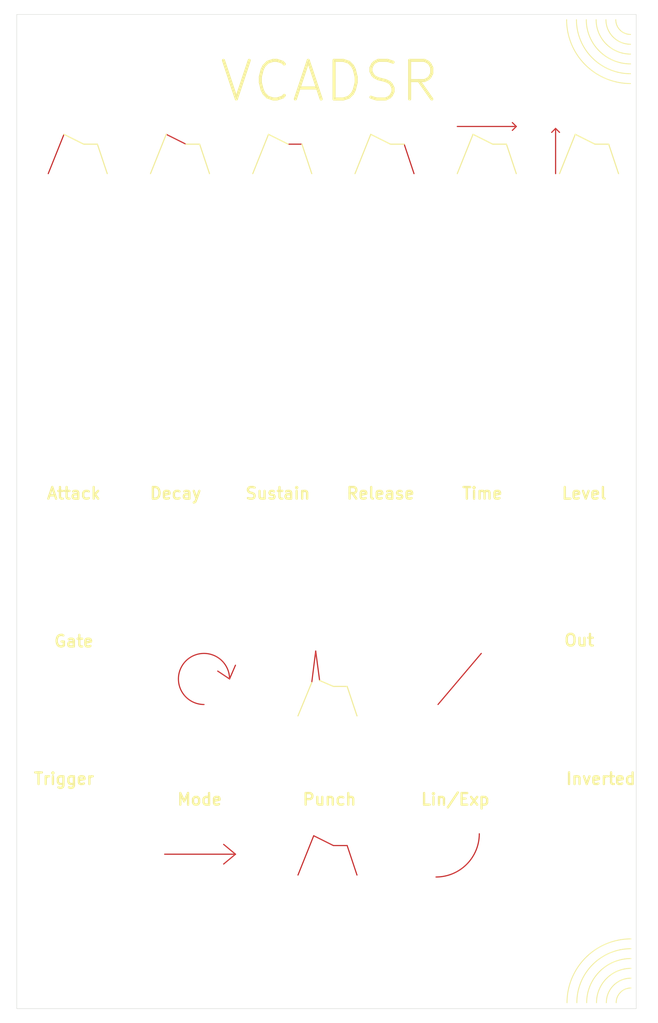
<source format=kicad_pcb>
(kicad_pcb (version 20171130) (host pcbnew "(5.1.9-0-10_14)")

  (general
    (thickness 1.6)
    (drawings 102)
    (tracks 0)
    (zones 0)
    (modules 27)
    (nets 2)
  )

  (page A4)
  (layers
    (0 F.Cu signal)
    (1 In1.Cu power)
    (2 In2.Cu power)
    (31 B.Cu signal)
    (32 B.Adhes user)
    (33 F.Adhes user)
    (34 B.Paste user)
    (35 F.Paste user)
    (36 B.SilkS user)
    (37 F.SilkS user)
    (38 B.Mask user)
    (39 F.Mask user)
    (40 Dwgs.User user)
    (41 Cmts.User user)
    (42 Eco1.User user)
    (43 Eco2.User user)
    (44 Edge.Cuts user)
    (45 Margin user)
    (46 B.CrtYd user)
    (47 F.CrtYd user)
    (48 B.Fab user)
    (49 F.Fab user)
  )

  (setup
    (last_trace_width 0.25)
    (trace_clearance 0.2)
    (zone_clearance 0.508)
    (zone_45_only no)
    (trace_min 0.2)
    (via_size 0.8)
    (via_drill 0.4)
    (via_min_size 0.4)
    (via_min_drill 0.3)
    (uvia_size 0.3)
    (uvia_drill 0.1)
    (uvias_allowed no)
    (uvia_min_size 0.2)
    (uvia_min_drill 0.1)
    (edge_width 0.05)
    (segment_width 0.2)
    (pcb_text_width 0.3)
    (pcb_text_size 1.5 1.5)
    (mod_edge_width 0.12)
    (mod_text_size 1 1)
    (mod_text_width 0.15)
    (pad_size 2.3 35.5)
    (pad_drill 2.3)
    (pad_to_mask_clearance 0)
    (aux_axis_origin 0 0)
    (visible_elements FFFFF77F)
    (pcbplotparams
      (layerselection 0x010fc_fffffff9)
      (usegerberextensions false)
      (usegerberattributes true)
      (usegerberadvancedattributes true)
      (creategerberjobfile true)
      (excludeedgelayer false)
      (linewidth 0.150000)
      (plotframeref false)
      (viasonmask false)
      (mode 1)
      (useauxorigin false)
      (hpglpennumber 1)
      (hpglpenspeed 20)
      (hpglpendiameter 15.000000)
      (psnegative false)
      (psa4output false)
      (plotreference true)
      (plotvalue true)
      (plotinvisibletext false)
      (padsonsilk false)
      (subtractmaskfromsilk false)
      (outputformat 1)
      (mirror false)
      (drillshape 0)
      (scaleselection 1)
      (outputdirectory "panel/"))
  )

  (net 0 "")
  (net 1 Earth)

  (net_class Default "This is the default net class."
    (clearance 0.2)
    (trace_width 0.25)
    (via_dia 0.8)
    (via_drill 0.4)
    (uvia_dia 0.3)
    (uvia_drill 0.1)
  )

  (net_class Power ""
    (clearance 0.2)
    (trace_width 0.5)
    (via_dia 0.8)
    (via_drill 0.4)
    (uvia_dia 0.3)
    (uvia_drill 0.1)
  )

  (module MountingHole:MountingHole_3.2mm_M3 (layer F.Cu) (tedit 5E9C4E3D) (tstamp 609607B7)
    (at 362.839 -320.167 180)
    (descr "Mounting Hole 3.2mm, no annular, M3")
    (tags "mounting hole 3.2mm no annular m3")
    (attr virtual)
    (fp_text reference REF** (at 0 -4.2) (layer F.SilkS) hide
      (effects (font (size 1 1) (thickness 0.15)))
    )
    (fp_text value MountingHole_3.2mm_M3 (at 0 4.2) (layer F.Fab)
      (effects (font (size 1 1) (thickness 0.15)))
    )
    (fp_circle (center 0 0) (end 3.45 0) (layer F.CrtYd) (width 0.05))
    (fp_circle (center 0 0) (end 3.2 0) (layer Cmts.User) (width 0.15))
    (fp_text user %R (at 0.3 0) (layer F.Fab)
      (effects (font (size 1 1) (thickness 0.15)))
    )
    (pad "" np_thru_hole oval (at 0 0 180) (size 6.4 3.2) (drill oval 6.4 3.2) (layers *.Cu *.Mask))
  )

  (module MountingHole:MountingHole_3.2mm_M3 (layer F.Cu) (tedit 5E9C4E3D) (tstamp 60959D9C)
    (at 312.801 -197.993)
    (descr "Mounting Hole 3.2mm, no annular, M3")
    (tags "mounting hole 3.2mm no annular m3")
    (attr virtual)
    (fp_text reference REF** (at 0 -4.2) (layer F.SilkS) hide
      (effects (font (size 1 1) (thickness 0.15)))
    )
    (fp_text value MountingHole_3.2mm_M3 (at 0 4.2) (layer F.Fab)
      (effects (font (size 1 1) (thickness 0.15)))
    )
    (fp_circle (center 0 0) (end 3.2 0) (layer Cmts.User) (width 0.15))
    (fp_circle (center 0 0) (end 3.45 0) (layer F.CrtYd) (width 0.05))
    (fp_text user %R (at 0.3 0) (layer F.Fab)
      (effects (font (size 1 1) (thickness 0.15)))
    )
    (pad "" np_thru_hole oval (at 0 0) (size 6.4 3.2) (drill oval 6.4 3.2) (layers *.Cu *.Mask))
  )

  (module MountingHole:MountingHole_3.2mm_M3 (layer F.Cu) (tedit 5E9C4E3D) (tstamp 6096075D)
    (at 362.839 -197.866 180)
    (descr "Mounting Hole 3.2mm, no annular, M3")
    (tags "mounting hole 3.2mm no annular m3")
    (attr virtual)
    (fp_text reference REF** (at 0 -4.2) (layer F.SilkS) hide
      (effects (font (size 1 1) (thickness 0.15)))
    )
    (fp_text value MountingHole_3.2mm_M3 (at 0 4.2) (layer F.Fab)
      (effects (font (size 1 1) (thickness 0.15)))
    )
    (fp_circle (center 0 0) (end 3.2 0) (layer Cmts.User) (width 0.15))
    (fp_circle (center 0 0) (end 3.45 0) (layer F.CrtYd) (width 0.05))
    (fp_text user %R (at 0.3 0) (layer F.Fab)
      (effects (font (size 1 1) (thickness 0.15)))
    )
    (pad "" np_thru_hole oval (at 0 0 180) (size 6.4 3.2) (drill oval 6.4 3.2) (layers *.Cu *.Mask))
  )

  (module MountingHole:MountingHole_3.2mm_M3 (layer F.Cu) (tedit 5E9C4E3D) (tstamp 60959D4A)
    (at 312.801 -320.294)
    (descr "Mounting Hole 3.2mm, no annular, M3")
    (tags "mounting hole 3.2mm no annular m3")
    (attr virtual)
    (fp_text reference REF** (at 0 -4.2) (layer F.SilkS) hide
      (effects (font (size 1 1) (thickness 0.15)))
    )
    (fp_text value MountingHole_3.2mm_M3 (at 0 4.2) (layer F.Fab)
      (effects (font (size 1 1) (thickness 0.15)))
    )
    (fp_circle (center 0 0) (end 3.45 0) (layer F.CrtYd) (width 0.05))
    (fp_circle (center 0 0) (end 3.2 0) (layer Cmts.User) (width 0.15))
    (fp_text user %R (at 0.3 0) (layer F.Fab)
      (effects (font (size 1 1) (thickness 0.15)))
    )
    (pad "" np_thru_hole oval (at 0 0) (size 6.4 3.2) (drill oval 6.4 3.2) (layers *.Cu *.Mask))
  )

  (module MountingHole:MountingHole_4mm_Pad (layer F.Cu) (tedit 60959EE4) (tstamp 6086BB2B)
    (at 321.7545 -227.838)
    (descr "Mounting Hole 4mm")
    (tags "mounting hole 4mm")
    (attr virtual)
    (fp_text reference REF** (at 0 -5) (layer F.SilkS) hide
      (effects (font (size 1 1) (thickness 0.15)))
    )
    (fp_text value MountingHole_4mm_Pad (at 0 5) (layer F.Fab)
      (effects (font (size 1 1) (thickness 0.15)))
    )
    (fp_circle (center 0 0) (end 4 0) (layer Cmts.User) (width 0.15))
    (fp_circle (center 0 0) (end 4.25 0) (layer F.CrtYd) (width 0.05))
    (fp_text user %R (at 0.3 0) (layer F.Fab)
      (effects (font (size 1 1) (thickness 0.15)))
    )
    (pad "" np_thru_hole circle (at 0 0) (size 6.1 6.1) (drill 6.1) (layers *.Cu *.Mask))
  )

  (module MountingHole:MountingHole_4mm_Pad (layer F.Cu) (tedit 6083F3DC) (tstamp 6086BB47)
    (at 309.753 -242.189)
    (descr "Mounting Hole 4mm")
    (tags "mounting hole 4mm")
    (attr virtual)
    (fp_text reference REF** (at 0 -5) (layer F.SilkS) hide
      (effects (font (size 1 1) (thickness 0.15)))
    )
    (fp_text value MountingHole_4mm_Pad (at 0 5) (layer F.Fab)
      (effects (font (size 1 1) (thickness 0.15)))
    )
    (fp_circle (center 0 0) (end 4 0) (layer Cmts.User) (width 0.15))
    (fp_circle (center 0 0) (end 4.25 0) (layer F.CrtYd) (width 0.05))
    (fp_text user %R (at 0.3 0) (layer F.Fab)
      (effects (font (size 1 1) (thickness 0.15)))
    )
    (pad "" np_thru_hole circle (at 0 0) (size 3 3) (drill 3) (layers *.Cu *.Mask))
  )

  (module MountingHole:MountingHole_2.2mm_M2 (layer F.Cu) (tedit 6095A620) (tstamp 6086BB9B)
    (at 344.7542 -283.5148)
    (descr "Mounting Hole 2.2mm, no annular, M2")
    (tags "mounting hole 2.2mm no annular m2")
    (attr virtual)
    (fp_text reference REF** (at 0 -3.2) (layer F.SilkS) hide
      (effects (font (size 1 1) (thickness 0.15)))
    )
    (fp_text value MountingHole_2.2mm_M2 (at 0 3.2) (layer F.Fab)
      (effects (font (size 1 1) (thickness 0.15)))
    )
    (fp_circle (center 0 0) (end 2.2 0) (layer Cmts.User) (width 0.15))
    (fp_circle (center 0 0) (end 2.45 0) (layer F.CrtYd) (width 0.05))
    (fp_text user %R (at 0.3 0) (layer F.Fab)
      (effects (font (size 1 1) (thickness 0.15)))
    )
    (pad "" np_thru_hole oval (at 0 0) (size 2.3 35.5) (drill oval 2.3 35.5) (layers *.Cu *.Mask))
  )

  (module MountingHole:MountingHole_4mm_Pad (layer F.Cu) (tedit 60959FC7) (tstamp 6086BB8D)
    (at 305.181 -252.5395)
    (descr "Mounting Hole 4mm")
    (tags "mounting hole 4mm")
    (attr virtual)
    (fp_text reference REF** (at 0 -5) (layer F.SilkS) hide
      (effects (font (size 1 1) (thickness 0.15)))
    )
    (fp_text value MountingHole_4mm_Pad (at 0 5) (layer F.Fab)
      (effects (font (size 1 1) (thickness 0.15)))
    )
    (fp_circle (center 0 0) (end 4 0) (layer Cmts.User) (width 0.15))
    (fp_circle (center 0 0) (end 4.25 0) (layer F.CrtYd) (width 0.05))
    (fp_text user %R (at 0.3 0) (layer F.Fab)
      (effects (font (size 1 1) (thickness 0.15)))
    )
    (pad "" np_thru_hole circle (at 0 0) (size 6.1 6.1) (drill 6.1) (layers *.Cu *.Mask))
  )

  (module MountingHole:MountingHole_4mm_Pad (layer F.Cu) (tedit 60959FD0) (tstamp 6086BB86)
    (at 318.4525 -252.5395)
    (descr "Mounting Hole 4mm")
    (tags "mounting hole 4mm")
    (attr virtual)
    (fp_text reference REF** (at 0 -5) (layer F.SilkS) hide
      (effects (font (size 1 1) (thickness 0.15)))
    )
    (fp_text value MountingHole_4mm_Pad (at 0 5) (layer F.Fab)
      (effects (font (size 1 1) (thickness 0.15)))
    )
    (fp_circle (center 0 0) (end 4.25 0) (layer F.CrtYd) (width 0.05))
    (fp_circle (center 0 0) (end 4 0) (layer Cmts.User) (width 0.15))
    (fp_text user %R (at 0.3 0) (layer F.Fab)
      (effects (font (size 1 1) (thickness 0.15)))
    )
    (pad "" np_thru_hole circle (at 0 0) (size 6.1 6.1) (drill 6.1) (layers *.Cu *.Mask))
  )

  (module MountingHole:MountingHole_4mm_Pad (layer F.Cu) (tedit 60959FD7) (tstamp 6086BB7F)
    (at 331.597 -252.5395)
    (descr "Mounting Hole 4mm")
    (tags "mounting hole 4mm")
    (attr virtual)
    (fp_text reference REF** (at 0 -5) (layer F.SilkS) hide
      (effects (font (size 1 1) (thickness 0.15)))
    )
    (fp_text value MountingHole_4mm_Pad (at 0 5) (layer F.Fab)
      (effects (font (size 1 1) (thickness 0.15)))
    )
    (fp_circle (center 0 0) (end 4 0) (layer Cmts.User) (width 0.15))
    (fp_circle (center 0 0) (end 4.25 0) (layer F.CrtYd) (width 0.05))
    (fp_text user %R (at 0.3 0) (layer F.Fab)
      (effects (font (size 1 1) (thickness 0.15)))
    )
    (pad "" np_thru_hole circle (at 0 0) (size 6.1 6.1) (drill 6.1) (layers *.Cu *.Mask))
  )

  (module MountingHole:MountingHole_4mm_Pad (layer F.Cu) (tedit 60959FDF) (tstamp 6086BB78)
    (at 344.805 -252.5395)
    (descr "Mounting Hole 4mm")
    (tags "mounting hole 4mm")
    (attr virtual)
    (fp_text reference REF** (at 0 -5) (layer F.SilkS) hide
      (effects (font (size 1 1) (thickness 0.15)))
    )
    (fp_text value MountingHole_4mm_Pad (at 0 5) (layer F.Fab)
      (effects (font (size 1 1) (thickness 0.15)))
    )
    (fp_circle (center 0 0) (end 4.25 0) (layer F.CrtYd) (width 0.05))
    (fp_circle (center 0 0) (end 4 0) (layer Cmts.User) (width 0.15))
    (fp_text user %R (at 0.3 0) (layer F.Fab)
      (effects (font (size 1 1) (thickness 0.15)))
    )
    (pad "" np_thru_hole circle (at 0 0) (size 6.1 6.1) (drill 6.1) (layers *.Cu *.Mask))
  )

  (module MountingHole:MountingHole_4mm_Pad (layer F.Cu) (tedit 60959FE7) (tstamp 6086BB71)
    (at 358.0765 -252.5395)
    (descr "Mounting Hole 4mm")
    (tags "mounting hole 4mm")
    (attr virtual)
    (fp_text reference REF** (at 0 -5) (layer F.SilkS) hide
      (effects (font (size 1 1) (thickness 0.15)))
    )
    (fp_text value MountingHole_4mm_Pad (at 0 5) (layer F.Fab)
      (effects (font (size 1 1) (thickness 0.15)))
    )
    (fp_circle (center 0 0) (end 4 0) (layer Cmts.User) (width 0.15))
    (fp_circle (center 0 0) (end 4.25 0) (layer F.CrtYd) (width 0.05))
    (fp_text user %R (at 0.3 0) (layer F.Fab)
      (effects (font (size 1 1) (thickness 0.15)))
    )
    (pad "" np_thru_hole circle (at 0 0) (size 6.1 6.1) (drill 6.1) (layers *.Cu *.Mask))
  )

  (module MountingHole:MountingHole_4mm_Pad (layer F.Cu) (tedit 60959FED) (tstamp 6086BB6A)
    (at 371.221 -252.5395)
    (descr "Mounting Hole 4mm")
    (tags "mounting hole 4mm")
    (attr virtual)
    (fp_text reference REF** (at 0 -5) (layer F.SilkS) hide
      (effects (font (size 1 1) (thickness 0.15)))
    )
    (fp_text value MountingHole_4mm_Pad (at 0 5) (layer F.Fab)
      (effects (font (size 1 1) (thickness 0.15)))
    )
    (fp_circle (center 0 0) (end 4.25 0) (layer F.CrtYd) (width 0.05))
    (fp_circle (center 0 0) (end 4 0) (layer Cmts.User) (width 0.15))
    (fp_text user %R (at 0.3 0) (layer F.Fab)
      (effects (font (size 1 1) (thickness 0.15)))
    )
    (pad "" np_thru_hole circle (at 0 0) (size 6.1 6.1) (drill 6.1) (layers *.Cu *.Mask))
  )

  (module MountingHole:MountingHole_4mm_Pad (layer F.Cu) (tedit 6095A020) (tstamp 6086BB63)
    (at 371.094 -233.9975)
    (descr "Mounting Hole 4mm")
    (tags "mounting hole 4mm")
    (attr virtual)
    (fp_text reference REF** (at 0 -5) (layer F.SilkS) hide
      (effects (font (size 1 1) (thickness 0.15)))
    )
    (fp_text value MountingHole_4mm_Pad (at 0 5) (layer F.Fab)
      (effects (font (size 1 1) (thickness 0.15)))
    )
    (fp_circle (center 0 0) (end 4 0) (layer Cmts.User) (width 0.15))
    (fp_circle (center 0 0) (end 4.25 0) (layer F.CrtYd) (width 0.05))
    (fp_text user %R (at 0.3 0) (layer F.Fab)
      (effects (font (size 1 1) (thickness 0.15)))
    )
    (pad "" np_thru_hole circle (at 0 0) (size 6.1 6.1) (drill 6.1) (layers *.Cu *.Mask))
  )

  (module MountingHole:MountingHole_4mm_Pad (layer F.Cu) (tedit 6095A027) (tstamp 6086BB5C)
    (at 371.094 -216.4715)
    (descr "Mounting Hole 4mm")
    (tags "mounting hole 4mm")
    (attr virtual)
    (fp_text reference REF** (at 0 -5) (layer F.SilkS) hide
      (effects (font (size 1 1) (thickness 0.15)))
    )
    (fp_text value MountingHole_4mm_Pad (at 0 5) (layer F.Fab)
      (effects (font (size 1 1) (thickness 0.15)))
    )
    (fp_circle (center 0 0) (end 4.25 0) (layer F.CrtYd) (width 0.05))
    (fp_circle (center 0 0) (end 4 0) (layer Cmts.User) (width 0.15))
    (fp_text user %R (at 0.3 0) (layer F.Fab)
      (effects (font (size 1 1) (thickness 0.15)))
    )
    (pad "" np_thru_hole circle (at 0 0) (size 6.1 6.1) (drill 6.1) (layers *.Cu *.Mask))
  )

  (module MountingHole:MountingHole_4mm_Pad (layer F.Cu) (tedit 6095A039) (tstamp 6086BB55)
    (at 305.2826 -216.3572)
    (descr "Mounting Hole 4mm")
    (tags "mounting hole 4mm")
    (attr virtual)
    (fp_text reference REF** (at 0 -5) (layer F.SilkS) hide
      (effects (font (size 1 1) (thickness 0.15)))
    )
    (fp_text value MountingHole_4mm_Pad (at 0 5) (layer F.Fab)
      (effects (font (size 1 1) (thickness 0.15)))
    )
    (fp_circle (center 0 0) (end 4 0) (layer Cmts.User) (width 0.15))
    (fp_circle (center 0 0) (end 4.25 0) (layer F.CrtYd) (width 0.05))
    (fp_text user %R (at 0.2492 -1.2192) (layer F.Fab)
      (effects (font (size 1 1) (thickness 0.15)))
    )
    (pad "" np_thru_hole circle (at 0 0) (size 6.1 6.1) (drill 6.1) (layers *.Cu *.Mask))
  )

  (module MountingHole:MountingHole_4mm_Pad (layer F.Cu) (tedit 6095A030) (tstamp 6086BB4E)
    (at 305.308 -233.934)
    (descr "Mounting Hole 4mm")
    (tags "mounting hole 4mm")
    (attr virtual)
    (fp_text reference REF** (at 0 -5) (layer F.SilkS) hide
      (effects (font (size 1 1) (thickness 0.15)))
    )
    (fp_text value MountingHole_4mm_Pad (at 0 5) (layer F.Fab)
      (effects (font (size 1 1) (thickness 0.15)))
    )
    (fp_circle (center 0 0) (end 4.25 0) (layer F.CrtYd) (width 0.05))
    (fp_circle (center 0 0) (end 4 0) (layer Cmts.User) (width 0.15))
    (fp_text user %R (at 0.3 0) (layer F.Fab)
      (effects (font (size 1 1) (thickness 0.15)))
    )
    (pad "" np_thru_hole circle (at 0 0) (size 6.1 6.1) (drill 6.1) (layers *.Cu *.Mask))
  )

  (module MountingHole:MountingHole_4mm_Pad (layer F.Cu) (tedit 6083F3DC) (tstamp 6086BB40)
    (at 309.8165 -224.409)
    (descr "Mounting Hole 4mm")
    (tags "mounting hole 4mm")
    (attr virtual)
    (fp_text reference REF** (at 0 -5) (layer F.SilkS) hide
      (effects (font (size 1 1) (thickness 0.15)))
    )
    (fp_text value MountingHole_4mm_Pad (at 0 5) (layer F.Fab)
      (effects (font (size 1 1) (thickness 0.15)))
    )
    (fp_circle (center 0 0) (end 4.25 0) (layer F.CrtYd) (width 0.05))
    (fp_circle (center 0 0) (end 4 0) (layer Cmts.User) (width 0.15))
    (pad "" np_thru_hole circle (at 0 0) (size 3 3) (drill 3) (layers *.Cu *.Mask))
  )

  (module MountingHole:MountingHole_4mm_Pad (layer F.Cu) (tedit 6083F3DC) (tstamp 6086BB39)
    (at 366.5855 -242.443)
    (descr "Mounting Hole 4mm")
    (tags "mounting hole 4mm")
    (attr virtual)
    (fp_text reference REF** (at 0 -5) (layer F.SilkS) hide
      (effects (font (size 1 1) (thickness 0.15)))
    )
    (fp_text value MountingHole_4mm_Pad (at 0 5) (layer F.Fab)
      (effects (font (size 1 1) (thickness 0.15)))
    )
    (fp_circle (center 0 0) (end 4.25 0) (layer F.CrtYd) (width 0.05))
    (fp_circle (center 0 0) (end 4 0) (layer Cmts.User) (width 0.15))
    (fp_text user %R (at 0.3 0) (layer F.Fab)
      (effects (font (size 1 1) (thickness 0.15)))
    )
    (pad "" np_thru_hole circle (at 0 0) (size 3 3) (drill 3) (layers *.Cu *.Mask))
  )

  (module MountingHole:MountingHole_4mm_Pad (layer F.Cu) (tedit 6083F3DC) (tstamp 6086BB32)
    (at 366.776 -224.536)
    (descr "Mounting Hole 4mm")
    (tags "mounting hole 4mm")
    (attr virtual)
    (fp_text reference REF** (at 0 -5) (layer F.SilkS) hide
      (effects (font (size 1 1) (thickness 0.15)))
    )
    (fp_text value MountingHole_4mm_Pad (at 0 5) (layer F.Fab)
      (effects (font (size 1 1) (thickness 0.15)))
    )
    (fp_circle (center 0 0) (end 4 0) (layer Cmts.User) (width 0.15))
    (fp_circle (center 0 0) (end 4.25 0) (layer F.CrtYd) (width 0.05))
    (fp_text user %R (at 0.3 0) (layer F.Fab)
      (effects (font (size 1 1) (thickness 0.15)))
    )
    (pad "" np_thru_hole circle (at 0 0) (size 3 3) (drill 3) (layers *.Cu *.Mask))
  )

  (module MountingHole:MountingHole_4mm_Pad (layer F.Cu) (tedit 60959EF1) (tstamp 6086BB24)
    (at 338.2645 -227.838)
    (descr "Mounting Hole 4mm")
    (tags "mounting hole 4mm")
    (attr virtual)
    (fp_text reference REF** (at 0 -5) (layer F.SilkS) hide
      (effects (font (size 1 1) (thickness 0.15)))
    )
    (fp_text value MountingHole_4mm_Pad (at 0 5) (layer F.Fab)
      (effects (font (size 1 1) (thickness 0.15)))
    )
    (fp_circle (center 0 0) (end 4.25 0) (layer F.CrtYd) (width 0.05))
    (fp_circle (center 0 0) (end 4 0) (layer Cmts.User) (width 0.15))
    (fp_text user %R (at 0.3 0) (layer F.Fab)
      (effects (font (size 1 1) (thickness 0.15)))
    )
    (pad "" np_thru_hole circle (at 0 0) (size 6.1 6.1) (drill 6.1) (layers *.Cu *.Mask))
  )

  (module MountingHole:MountingHole_4mm_Pad (layer F.Cu) (tedit 60959F14) (tstamp 6086DFBE)
    (at 354.584 -227.838)
    (descr "Mounting Hole 4mm")
    (tags "mounting hole 4mm")
    (attr virtual)
    (fp_text reference REF** (at 0 -5) (layer F.SilkS) hide
      (effects (font (size 1 1) (thickness 0.15)))
    )
    (fp_text value MountingHole_4mm_Pad (at 0 5) (layer F.Fab)
      (effects (font (size 1 1) (thickness 0.15)))
    )
    (fp_circle (center 0 0) (end 4 0) (layer Cmts.User) (width 0.15))
    (fp_circle (center 0 0) (end 4.25 0) (layer F.CrtYd) (width 0.05))
    (fp_text user %R (at 0.3 0) (layer F.Fab)
      (effects (font (size 1 1) (thickness 0.15)))
    )
    (pad "" np_thru_hole circle (at 0 0) (size 6.1 6.1) (drill 6.1) (layers *.Cu *.Mask))
  )

  (module MountingHole:MountingHole_2.2mm_M2 (layer F.Cu) (tedit 6095A635) (tstamp 6086BAFC)
    (at 305.1302 -283.5148)
    (descr "Mounting Hole 2.2mm, no annular, M2")
    (tags "mounting hole 2.2mm no annular m2")
    (attr virtual)
    (fp_text reference REF** (at 0 -3.2) (layer F.SilkS) hide
      (effects (font (size 1 1) (thickness 0.15)))
    )
    (fp_text value MountingHole_2.2mm_M2 (at 0 3.2) (layer F.Fab)
      (effects (font (size 1 1) (thickness 0.15)))
    )
    (fp_circle (center 0 0) (end 2.45 0) (layer F.CrtYd) (width 0.05))
    (fp_circle (center 0 0) (end 2.2 0) (layer Cmts.User) (width 0.15))
    (fp_text user %R (at 0.3 0) (layer F.Fab)
      (effects (font (size 1 1) (thickness 0.15)))
    )
    (pad "" np_thru_hole oval (at 0 0) (size 2.3 35.5) (drill oval 2.3 35.5) (layers *.Cu *.Mask))
  )

  (module MountingHole:MountingHole_2.2mm_M2 (layer F.Cu) (tedit 6095A619) (tstamp 6086BACA)
    (at 357.9622 -283.5148)
    (descr "Mounting Hole 2.2mm, no annular, M2")
    (tags "mounting hole 2.2mm no annular m2")
    (attr virtual)
    (fp_text reference REF** (at 0 -3.2) (layer F.SilkS) hide
      (effects (font (size 1 1) (thickness 0.15)))
    )
    (fp_text value MountingHole_2.2mm_M2 (at 0 3.2) (layer F.Fab)
      (effects (font (size 1 1) (thickness 0.15)))
    )
    (fp_circle (center 0 0) (end 2.45 0) (layer F.CrtYd) (width 0.05))
    (fp_circle (center 0 0) (end 2.2 0) (layer Cmts.User) (width 0.15))
    (fp_text user %R (at 0.3 0) (layer F.Fab)
      (effects (font (size 1 1) (thickness 0.15)))
    )
    (pad "" np_thru_hole oval (at 0 0) (size 2.3 35.5) (drill oval 2.3 35.5) (layers *.Cu *.Mask))
  )

  (module MountingHole:MountingHole_2.2mm_M2 (layer F.Cu) (tedit 6095A612) (tstamp 6086BAC3)
    (at 371.1702 -283.5148)
    (descr "Mounting Hole 2.2mm, no annular, M2")
    (tags "mounting hole 2.2mm no annular m2")
    (attr virtual)
    (fp_text reference REF** (at 0 -3.2) (layer F.SilkS) hide
      (effects (font (size 1 1) (thickness 0.15)))
    )
    (fp_text value MountingHole_2.2mm_M2 (at 0 3.2) (layer F.Fab)
      (effects (font (size 1 1) (thickness 0.15)))
    )
    (fp_circle (center 0 0) (end 2.2 0) (layer Cmts.User) (width 0.15))
    (fp_circle (center 0 0) (end 2.45 0) (layer F.CrtYd) (width 0.05))
    (fp_text user %R (at 0.3 0) (layer F.Fab)
      (effects (font (size 1 1) (thickness 0.15)))
    )
    (pad "" np_thru_hole oval (at 0 0) (size 2.3 35.5) (drill oval 2.3 35.5) (layers *.Cu *.Mask))
  )

  (module MountingHole:MountingHole_2.2mm_M2 (layer F.Cu) (tedit 6095A627) (tstamp 6086B996)
    (at 331.5462 -283.5148)
    (descr "Mounting Hole 2.2mm, no annular, M2")
    (tags "mounting hole 2.2mm no annular m2")
    (attr virtual)
    (fp_text reference REF** (at 0 -3.2) (layer F.SilkS) hide
      (effects (font (size 1 1) (thickness 0.15)))
    )
    (fp_text value MountingHole_2.2mm_M2 (at 0 3.2) (layer F.Fab)
      (effects (font (size 1 1) (thickness 0.15)))
    )
    (fp_circle (center 0 0) (end 2.45 0) (layer F.CrtYd) (width 0.05))
    (fp_circle (center 0 0) (end 2.2 0) (layer Cmts.User) (width 0.15))
    (fp_text user %R (at 0.3 0) (layer F.Fab)
      (effects (font (size 1 1) (thickness 0.15)))
    )
    (pad "" np_thru_hole oval (at 0 0) (size 2.3 35.5) (drill oval 2.3 35.5) (layers *.Cu *.Mask))
  )

  (module MountingHole:MountingHole_2.2mm_M2 (layer F.Cu) (tedit 6095A62D) (tstamp 6086B8C3)
    (at 318.3382 -283.5148)
    (descr "Mounting Hole 2.2mm, no annular, M2")
    (tags "mounting hole 2.2mm no annular m2")
    (attr virtual)
    (fp_text reference REF** (at 0 -3.2) (layer F.SilkS) hide
      (effects (font (size 1 1) (thickness 0.15)))
    )
    (fp_text value MountingHole_2.2mm_M2 (at 0 3.2) (layer F.Fab)
      (effects (font (size 1 1) (thickness 0.15)))
    )
    (fp_circle (center 0 0) (end 2.2 0) (layer Cmts.User) (width 0.15))
    (fp_circle (center 0 0) (end 2.45 0) (layer F.CrtYd) (width 0.05))
    (fp_text user %R (at 0.3 0) (layer F.Fab)
      (effects (font (size 1 1) (thickness 0.15)))
    )
    (pad "" np_thru_hole oval (at 0 0) (size 2.3 35.5) (drill oval 2.3 35.5) (layers *.Cu *.Mask))
  )

  (gr_line (start 377.825 -194.818) (end 297.815 -194.818) (layer Edge.Cuts) (width 0.05) (tstamp 6096075C))
  (gr_arc (start 377.1392 -195.58) (end 377.1392 -203.835) (angle -90) (layer F.SilkS) (width 0.12) (tstamp 60959CA6))
  (gr_arc (start 377.1392 -195.58) (end 377.1392 -201.295) (angle -90) (layer F.SilkS) (width 0.12) (tstamp 60959CA4))
  (gr_arc (start 377.1392 -195.58) (end 377.1392 -200.025) (angle -90) (layer F.SilkS) (width 0.12) (tstamp 60959CA3))
  (gr_arc (start 377.1392 -195.58) (end 377.1392 -202.565) (angle -90) (layer F.SilkS) (width 0.12) (tstamp 60959CA2))
  (gr_arc (start 377.0884 -322.6689) (end 370.1034 -322.6689) (angle -90) (layer F.SilkS) (width 0.12) (tstamp 60959CA1))
  (gr_arc (start 377.0884 -322.6689) (end 375.1834 -322.6689) (angle -90) (layer F.SilkS) (width 0.12) (tstamp 60959CA0))
  (gr_arc (start 377.1392 -195.58) (end 377.1392 -198.755) (angle -90) (layer F.SilkS) (width 0.12) (tstamp 60959C9F))
  (gr_arc (start 377.0884 -322.6689) (end 373.9134 -322.6689) (angle -90) (layer F.SilkS) (width 0.12) (tstamp 60959C9E))
  (gr_arc (start 377.0884 -322.6689) (end 368.8334 -322.6689) (angle -90) (layer F.SilkS) (width 0.12) (tstamp 60959C9D))
  (gr_arc (start 377.0884 -322.6689) (end 372.6434 -322.6689) (angle -90) (layer F.SilkS) (width 0.12) (tstamp 60959C9C))
  (gr_arc (start 377.0884 -322.6689) (end 371.3734 -322.6689) (angle -90) (layer F.SilkS) (width 0.12) (tstamp 60959C9B))
  (gr_arc (start 377.1392 -195.58) (end 377.1392 -197.485) (angle -90) (layer F.SilkS) (width 0.12) (tstamp 60959C9A))
  (gr_line (start 367.411 -308.61) (end 366.903 -308.102) (layer F.Cu) (width 0.15) (tstamp 608717F8))
  (gr_line (start 367.919 -308.102) (end 367.411 -308.61) (layer F.Cu) (width 0.15) (tstamp 608717F4))
  (gr_line (start 367.411 -302.768) (end 367.411 -308.61) (layer F.Cu) (width 0.15) (tstamp 608717F0))
  (gr_line (start 361.823 -308.356) (end 362.331 -308.864) (layer F.Cu) (width 0.15) (tstamp 608717ED))
  (gr_line (start 362.331 -308.864) (end 361.823 -309.372) (layer F.Cu) (width 0.15) (tstamp 608717EA))
  (gr_line (start 354.711 -308.864) (end 362.331 -308.864) (layer F.Cu) (width 0.15) (tstamp 608717E7))
  (gr_line (start 367.411 -302.768) (end 367.411 -308.356) (layer F.Mask) (width 0.15) (tstamp 608711D5))
  (gr_line (start 367.411 -308.61) (end 366.903 -308.102) (layer F.Mask) (width 0.15) (tstamp 608711D4))
  (gr_line (start 367.919 -308.102) (end 367.411 -308.61) (layer F.Mask) (width 0.15) (tstamp 608711D3))
  (gr_line (start 367.919 -302.768) (end 369.951 -307.848) (layer F.SilkS) (width 0.15) (tstamp 608711C5))
  (gr_line (start 369.951 -307.848) (end 372.491 -306.578) (layer F.SilkS) (width 0.15) (tstamp 608711C4))
  (gr_line (start 374.269 -306.578) (end 375.539 -302.768) (layer F.SilkS) (width 0.15) (tstamp 608711C3))
  (gr_line (start 372.491 -306.578) (end 374.269 -306.578) (layer F.SilkS) (width 0.15) (tstamp 608711C2))
  (gr_line (start 361.823 -308.356) (end 362.331 -308.864) (layer F.Mask) (width 0.15) (tstamp 60870BA9))
  (gr_line (start 362.331 -308.864) (end 361.823 -309.372) (layer F.Mask) (width 0.15))
  (gr_line (start 354.711 -308.864) (end 362.331 -308.864) (layer F.Mask) (width 0.15))
  (gr_line (start 354.711 -302.768) (end 356.743 -307.848) (layer F.SilkS) (width 0.15) (tstamp 60870B86))
  (gr_line (start 361.061 -306.578) (end 362.331 -302.768) (layer F.SilkS) (width 0.15) (tstamp 60870B85))
  (gr_line (start 359.283 -306.578) (end 361.061 -306.578) (layer F.SilkS) (width 0.15) (tstamp 60870B84))
  (gr_line (start 356.743 -307.848) (end 359.283 -306.578) (layer F.SilkS) (width 0.15) (tstamp 60870B83))
  (gr_line (start 347.853 -306.578) (end 349.123 -302.768) (layer F.Cu) (width 0.15) (tstamp 60870B74))
  (gr_line (start 347.853 -306.578) (end 349.123 -302.768) (layer F.Mask) (width 0.15) (tstamp 60870B65))
  (gr_line (start 343.535 -307.848) (end 346.075 -306.578) (layer F.SilkS) (width 0.15) (tstamp 60870B63))
  (gr_line (start 341.503 -302.768) (end 343.535 -307.848) (layer F.SilkS) (width 0.15) (tstamp 60870B62))
  (gr_line (start 346.075 -306.578) (end 347.853 -306.578) (layer F.SilkS) (width 0.15) (tstamp 60870B61))
  (gr_line (start 332.867 -306.578) (end 334.645 -306.578) (layer F.Cu) (width 0.15) (tstamp 60870B5A))
  (gr_line (start 332.867 -306.578) (end 334.645 -306.578) (layer F.Mask) (width 0.15) (tstamp 60870B4D))
  (gr_line (start 328.295 -302.768) (end 330.327 -307.848) (layer F.SilkS) (width 0.15) (tstamp 60870B4C))
  (gr_line (start 334.645 -306.578) (end 335.915 -302.768) (layer F.SilkS) (width 0.15) (tstamp 60870B4B))
  (gr_line (start 330.327 -307.848) (end 332.867 -306.578) (layer F.SilkS) (width 0.15) (tstamp 60870B49))
  (gr_line (start 317.119 -307.848) (end 319.659 -306.578) (layer F.Cu) (width 0.15) (tstamp 6087053C))
  (gr_line (start 315.087 -302.768) (end 317.119 -307.848) (layer F.SilkS) (width 0.15) (tstamp 6087051A))
  (gr_line (start 321.437 -306.578) (end 322.707 -302.768) (layer F.SilkS) (width 0.15) (tstamp 60870519))
  (gr_line (start 317.119 -307.848) (end 319.659 -306.578) (layer F.Mask) (width 0.15) (tstamp 60870518))
  (gr_line (start 319.659 -306.578) (end 321.437 -306.578) (layer F.SilkS) (width 0.15) (tstamp 60870517))
  (gr_line (start 301.879 -302.768) (end 303.911 -307.848) (layer F.Cu) (width 0.15) (tstamp 6086FEEB))
  (gr_line (start 308.229 -306.578) (end 309.499 -302.768) (layer F.SilkS) (width 0.15) (tstamp 6086FEEA))
  (gr_line (start 306.451 -306.578) (end 308.229 -306.578) (layer F.SilkS) (width 0.15) (tstamp 6086FEE9))
  (gr_line (start 301.879 -302.768) (end 303.911 -307.848) (layer F.Mask) (width 0.15) (tstamp 6086FEE8))
  (gr_line (start 303.911 -307.848) (end 306.451 -306.578) (layer F.SilkS) (width 0.15) (tstamp 6086FEE7))
  (gr_line (start 338.709 -236.474) (end 340.487 -236.474) (layer F.SilkS) (width 0.15) (tstamp 60876309))
  (gr_line (start 336.423 -241.046) (end 336.931 -237.236) (layer F.Cu) (width 0.15) (tstamp 608762FD))
  (gr_line (start 335.915 -236.982) (end 336.423 -241.046) (layer F.Mask) (width 0.15) (tstamp 608762FA))
  (gr_line (start 325.2978 -237.4392) (end 326.0598 -239.2172) (layer F.Cu) (width 0.15) (tstamp 608762F4))
  (gr_line (start 325.2978 -237.4392) (end 323.7738 -238.4552) (layer F.Cu) (width 0.15) (tstamp 60876303))
  (gr_arc (start 321.9958 -237.4392) (end 325.2978 -237.4392) (angle -270) (layer F.Cu) (width 0.15) (tstamp 608762F1))
  (gr_line (start 326.0598 -214.7824) (end 324.5358 -213.5124) (layer F.Cu) (width 0.15) (tstamp 6086F89E))
  (gr_line (start 326.0598 -214.7824) (end 324.5358 -216.0524) (layer F.Cu) (width 0.15) (tstamp 6086F89B))
  (gr_line (start 316.9158 -214.7824) (end 326.0598 -214.7824) (layer F.Cu) (width 0.15) (tstamp 6086F898))
  (gr_line (start 340.487 -215.9) (end 341.757 -212.09) (layer F.Cu) (width 0.15) (tstamp 6086F88B))
  (gr_line (start 338.709 -215.9) (end 340.487 -215.9) (layer F.Cu) (width 0.15) (tstamp 6086F886))
  (gr_line (start 336.169 -217.17) (end 338.709 -215.9) (layer F.Cu) (width 0.15) (tstamp 6086F881))
  (gr_line (start 334.137 -212.09) (end 336.169 -217.17) (layer F.Cu) (width 0.15) (tstamp 6086F87A))
  (gr_arc (start 351.9678 -217.424) (end 351.9678 -211.836) (angle -90) (layer F.Cu) (width 0.15) (tstamp 6086F875))
  (gr_line (start 352.2218 -234.1372) (end 357.8098 -240.7412) (layer F.Cu) (width 0.15) (tstamp 60873CCC))
  (gr_line (start 326.0598 -214.7824) (end 324.5358 -213.5124) (layer F.Mask) (width 0.15))
  (gr_line (start 326.0598 -214.7824) (end 324.5358 -216.0524) (layer F.Mask) (width 0.15))
  (gr_line (start 316.9158 -214.7824) (end 326.0598 -214.7824) (layer F.Mask) (width 0.15))
  (gr_line (start 325.2978 -237.4392) (end 326.0598 -239.2172) (layer F.Mask) (width 0.15) (tstamp 608762EB))
  (gr_line (start 325.2978 -237.4392) (end 323.7738 -238.4552) (layer F.Mask) (width 0.15) (tstamp 608762EE))
  (gr_arc (start 321.9958 -237.4392) (end 325.2978 -237.4392) (angle -270) (layer F.Mask) (width 0.15) (tstamp 608762E8))
  (gr_line (start 338.709 -215.9) (end 340.487 -215.9) (layer F.Mask) (width 0.15) (tstamp 6086E60D))
  (gr_line (start 334.137 -212.09) (end 336.169 -217.17) (layer F.Mask) (width 0.15) (tstamp 6086E60C))
  (gr_line (start 336.169 -217.17) (end 338.709 -215.9) (layer F.Mask) (width 0.15) (tstamp 6086E60B))
  (gr_line (start 340.487 -215.9) (end 341.757 -212.09) (layer F.Mask) (width 0.15) (tstamp 6086E609))
  (gr_line (start 340.487 -236.474) (end 341.757 -232.664) (layer F.SilkS) (width 0.15) (tstamp 60873CED))
  (gr_line (start 336.931 -237.236) (end 338.709 -236.474) (layer F.SilkS) (width 0.15) (tstamp 608762F7))
  (gr_line (start 336.423 -241.046) (end 336.931 -237.236) (layer F.Mask) (width 0.15) (tstamp 60876300))
  (gr_line (start 335.915 -236.982) (end 336.423 -241.046) (layer F.Cu) (width 0.15) (tstamp 60876306))
  (gr_line (start 334.137 -232.664) (end 335.915 -236.982) (layer F.SilkS) (width 0.15) (tstamp 60873CDE))
  (gr_line (start 352.2218 -234.1372) (end 357.8098 -240.7412) (layer F.Mask) (width 0.15) (tstamp 60873CC9))
  (gr_arc (start 351.9678 -217.424) (end 351.9678 -211.836) (angle -90) (layer F.Mask) (width 0.15))
  (gr_line (start 377.825 -323.342) (end 377.825 -194.818) (layer Edge.Cuts) (width 0.05) (tstamp 6086BB06))
  (gr_line (start 297.815 -323.342) (end 377.825 -323.342) (layer Edge.Cuts) (width 0.05) (tstamp 6086BB04))
  (gr_line (start 297.815 -323.342) (end 297.815 -194.818) (layer Edge.Cuts) (width 0.05) (tstamp 6086BB03))
  (gr_text VCADSR (at 338.201 -314.706) (layer F.SilkS) (tstamp 6086B75D)
    (effects (font (size 5 5) (thickness 0.4)))
  )
  (gr_text Level (at 371.094 -261.4295) (layer F.SilkS) (tstamp 6086B75C)
    (effects (font (size 1.5 1.5) (thickness 0.3)))
  )
  (gr_text Time (at 357.9495 -261.4295) (layer F.SilkS) (tstamp 6086B75B)
    (effects (font (size 1.5 1.5) (thickness 0.3)))
  )
  (gr_text Release (at 344.805 -261.4295) (layer F.SilkS) (tstamp 6086B75A)
    (effects (font (size 1.5 1.5) (thickness 0.3)))
  )
  (gr_text Sustain (at 331.5335 -261.4295) (layer F.SilkS) (tstamp 6086B759)
    (effects (font (size 1.5 1.5) (thickness 0.3)))
  )
  (gr_text Decay (at 318.3255 -261.4295) (layer F.SilkS) (tstamp 6086B758)
    (effects (font (size 1.5 1.5) (thickness 0.3)))
  )
  (gr_text Attack (at 305.181 -261.4295) (layer F.SilkS) (tstamp 6086B757)
    (effects (font (size 1.5 1.5) (thickness 0.3)))
  )
  (gr_text Trigger (at 303.911 -224.536) (layer F.SilkS) (tstamp 6086B756)
    (effects (font (size 1.5 1.5) (thickness 0.3)))
  )
  (gr_text Gate (at 305.181 -242.316) (layer F.SilkS) (tstamp 6086B755)
    (effects (font (size 1.5 1.5) (thickness 0.3)))
  )
  (gr_text Mode (at 321.437 -221.869) (layer F.SilkS) (tstamp 6086B754)
    (effects (font (size 1.5 1.5) (thickness 0.3)))
  )
  (gr_text Punch (at 338.201 -221.869) (layer F.SilkS) (tstamp 6086B753)
    (effects (font (size 1.5 1.5) (thickness 0.3)))
  )
  (gr_text Lin/Exp (at 354.457 -221.869) (layer F.SilkS) (tstamp 60968567)
    (effects (font (size 1.5 1.5) (thickness 0.3)))
  )
  (gr_text Out (at 370.459 -242.443) (layer F.SilkS) (tstamp 6086B751)
    (effects (font (size 1.5 1.5) (thickness 0.3)))
  )
  (gr_text Inverted (at 373.253 -224.536) (layer F.SilkS) (tstamp 6086B750)
    (effects (font (size 1.5 1.5) (thickness 0.3)))
  )

  (zone (net 1) (net_name Earth) (layer B.Cu) (tstamp 6095AAB5) (hatch edge 0.508)
    (connect_pads (clearance 0.508))
    (min_thickness 0.254)
    (fill yes (arc_segments 32) (thermal_gap 0.508) (thermal_bridge_width 0.508))
    (polygon
      (pts
        (xy 377.825 -195.072) (xy 298.069 -195.072) (xy 297.815 -323.342) (xy 377.825 -323.342)
      )
    )
  )
)

</source>
